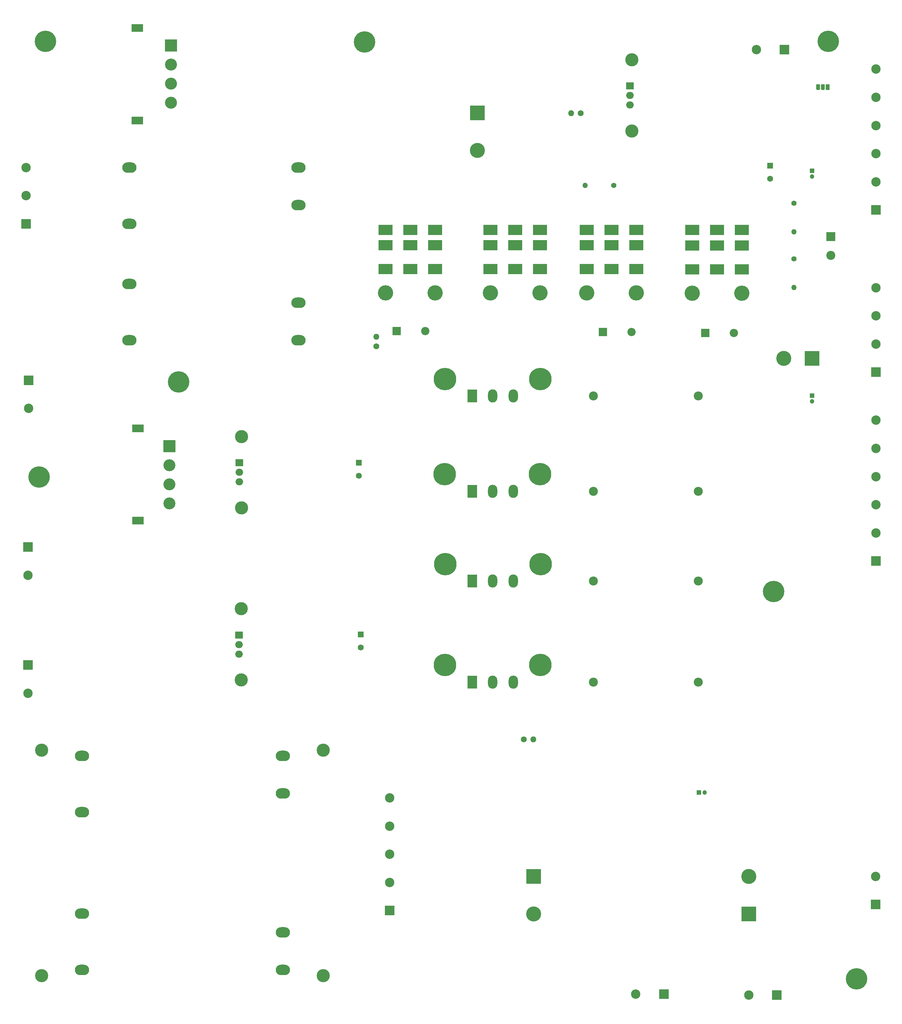
<source format=gbr>
G04 #@! TF.GenerationSoftware,KiCad,Pcbnew,(5.0.0)*
G04 #@! TF.CreationDate,2019-08-30T23:03:00+01:00*
G04 #@! TF.ProjectId,PSU,5053552E6B696361645F706362000000,rev?*
G04 #@! TF.SameCoordinates,Original*
G04 #@! TF.FileFunction,Soldermask,Top*
G04 #@! TF.FilePolarity,Negative*
%FSLAX46Y46*%
G04 Gerber Fmt 4.6, Leading zero omitted, Abs format (unit mm)*
G04 Created by KiCad (PCBNEW (5.0.0)) date 08/30/19 23:03:00*
%MOMM*%
%LPD*%
G01*
G04 APERTURE LIST*
%ADD10R,3.200000X3.200000*%
%ADD11C,3.200000*%
%ADD12R,3.048000X2.032000*%
%ADD13O,3.810000X2.794000*%
%ADD14C,3.500000*%
%ADD15C,5.700000*%
%ADD16C,4.064000*%
%ADD17R,3.810000X2.794000*%
%ADD18C,6.000000*%
%ADD19C,4.000000*%
%ADD20R,4.000000X4.000000*%
%ADD21R,1.600000X1.600000*%
%ADD22C,1.600000*%
%ADD23R,1.200000X1.200000*%
%ADD24C,1.200000*%
%ADD25O,2.200000X2.200000*%
%ADD26R,2.200000X2.200000*%
%ADD27R,2.500000X3.500000*%
%ADD28O,2.500000X3.500000*%
%ADD29C,0.100000*%
%ADD30C,1.050000*%
%ADD31R,1.050000X1.500000*%
%ADD32O,1.400000X1.400000*%
%ADD33C,1.400000*%
%ADD34C,2.400000*%
%ADD35O,2.400000X2.400000*%
%ADD36O,1.600000X1.600000*%
%ADD37R,2.000000X1.905000*%
%ADD38O,2.000000X1.905000*%
%ADD39R,2.400000X2.400000*%
%ADD40R,2.500000X2.500000*%
%ADD41C,2.500000*%
G04 APERTURE END LIST*
D10*
G04 #@! TO.C,D1*
X72618600Y-141566400D03*
D11*
X72618600Y-146646400D03*
X72618600Y-151726400D03*
X72618600Y-156806400D03*
G04 #@! TD*
D10*
G04 #@! TO.C,D3*
X73063100Y-34886900D03*
D11*
X73063100Y-39966900D03*
X73063100Y-45046900D03*
X73063100Y-50126900D03*
G04 #@! TD*
D12*
G04 #@! TO.C,HS16*
X64239600Y-161432400D03*
X64239600Y-136832400D03*
G04 #@! TD*
G04 #@! TO.C,HS15*
X64049100Y-54879900D03*
X64049100Y-30279900D03*
G04 #@! TD*
D13*
G04 #@! TO.C,TR1*
X49304100Y-224012400D03*
X49304100Y-239012400D03*
X49304100Y-266012400D03*
X49304100Y-281012400D03*
X102804100Y-281012400D03*
X102804100Y-271012400D03*
X102804100Y-234012400D03*
X102804100Y-224012400D03*
D14*
X38554100Y-222512400D03*
X38554100Y-282512400D03*
X113554100Y-282512400D03*
X113554100Y-222512400D03*
G04 #@! TD*
D13*
G04 #@! TO.C,TR2*
X106957100Y-67374400D03*
X106957100Y-77374400D03*
X106957100Y-103374400D03*
X106957100Y-113374400D03*
X61957100Y-113374400D03*
X61957100Y-98374400D03*
X61957100Y-82374400D03*
X61957100Y-67374400D03*
G04 #@! TD*
D15*
G04 #@! TO.C,H11*
X37884100Y-149822400D03*
G04 #@! TD*
G04 #@! TO.C,H10*
X233527600Y-180238400D03*
G04 #@! TD*
G04 #@! TO.C,H8*
X248132600Y-33807400D03*
G04 #@! TD*
G04 #@! TO.C,H2*
X124561600Y-33934400D03*
G04 #@! TD*
G04 #@! TO.C,H1*
X39598600Y-33807400D03*
G04 #@! TD*
G04 #@! TO.C,H3*
X75095100Y-124485400D03*
G04 #@! TD*
G04 #@! TO.C,H6*
X255689600Y-283362400D03*
G04 #@! TD*
D16*
G04 #@! TO.C,K1*
X225086600Y-100823200D03*
X211886600Y-100823200D03*
D17*
X225086600Y-94473200D03*
X218486600Y-94473200D03*
X211886600Y-94473200D03*
X225086600Y-88123200D03*
X218486600Y-88123200D03*
X211886600Y-88123200D03*
X225086600Y-84023200D03*
X218486600Y-84023200D03*
X211886600Y-84023200D03*
G04 #@! TD*
D16*
G04 #@! TO.C,K2*
X197007600Y-100772400D03*
X183807600Y-100772400D03*
D17*
X197007600Y-94422400D03*
X190407600Y-94422400D03*
X183807600Y-94422400D03*
X197007600Y-88072400D03*
X190407600Y-88072400D03*
X183807600Y-88072400D03*
X197007600Y-83972400D03*
X190407600Y-83972400D03*
X183807600Y-83972400D03*
G04 #@! TD*
D16*
G04 #@! TO.C,K4*
X171340600Y-100772400D03*
X158140600Y-100772400D03*
D17*
X171340600Y-94422400D03*
X164740600Y-94422400D03*
X158140600Y-94422400D03*
X171340600Y-88072400D03*
X164740600Y-88072400D03*
X158140600Y-88072400D03*
X171340600Y-83972400D03*
X164740600Y-83972400D03*
X158140600Y-83972400D03*
G04 #@! TD*
D16*
G04 #@! TO.C,K3*
X143413600Y-100772400D03*
X130213600Y-100772400D03*
D17*
X143413600Y-94422400D03*
X136813600Y-94422400D03*
X130213600Y-94422400D03*
X143413600Y-88072400D03*
X136813600Y-88072400D03*
X130213600Y-88072400D03*
X143413600Y-83972400D03*
X136813600Y-83972400D03*
X130213600Y-83972400D03*
G04 #@! TD*
D14*
G04 #@! TO.C,HS3*
X91732100Y-203810400D03*
X91732100Y-184810400D03*
G04 #@! TD*
G04 #@! TO.C,HS2*
X91795600Y-158026400D03*
X91795600Y-139026400D03*
G04 #@! TD*
G04 #@! TO.C,HS1*
X195808600Y-57696900D03*
X195808600Y-38696900D03*
G04 #@! TD*
D18*
G04 #@! TO.C,HS4*
X146024600Y-123723400D03*
X171424600Y-123723400D03*
G04 #@! TD*
G04 #@! TO.C,HS5*
X171361600Y-149060400D03*
X145961600Y-149060400D03*
G04 #@! TD*
G04 #@! TO.C,HS7*
X171424600Y-199860400D03*
X146024600Y-199860400D03*
G04 #@! TD*
D19*
G04 #@! TO.C,C1*
X169646600Y-266120400D03*
D20*
X169646600Y-256120400D03*
G04 #@! TD*
G04 #@! TO.C,C2*
X226987600Y-266154400D03*
D19*
X226987600Y-256154400D03*
G04 #@! TD*
D20*
G04 #@! TO.C,C3*
X154660600Y-52857400D03*
D19*
X154660600Y-62857400D03*
G04 #@! TD*
D21*
G04 #@! TO.C,C4*
X123545600Y-191668400D03*
D22*
X123545600Y-195168400D03*
G04 #@! TD*
G04 #@! TO.C,C5*
X123101600Y-149448400D03*
D21*
X123101600Y-145948400D03*
G04 #@! TD*
G04 #@! TO.C,C6*
X232638600Y-66890900D03*
D22*
X232638600Y-70390900D03*
G04 #@! TD*
D23*
G04 #@! TO.C,C7*
X243814600Y-128104400D03*
D24*
X243814600Y-129604400D03*
G04 #@! TD*
G04 #@! TO.C,C8*
X215151600Y-233768400D03*
D23*
X213651600Y-233768400D03*
G04 #@! TD*
G04 #@! TO.C,C9*
X243814600Y-68287900D03*
D24*
X243814600Y-69787900D03*
G04 #@! TD*
D25*
G04 #@! TO.C,D4*
X195681600Y-111213900D03*
D26*
X188061600Y-111213900D03*
G04 #@! TD*
G04 #@! TO.C,D5*
X133133600Y-110959900D03*
D25*
X140753600Y-110959900D03*
G04 #@! TD*
D26*
G04 #@! TO.C,D6*
X215366600Y-111404400D03*
D25*
X222986600Y-111404400D03*
G04 #@! TD*
D27*
G04 #@! TO.C,Q1*
X153263600Y-128168400D03*
D28*
X158738600Y-128168400D03*
X164213600Y-128168400D03*
G04 #@! TD*
G04 #@! TO.C,Q2*
X164213600Y-177444400D03*
X158738600Y-177444400D03*
D27*
X153263600Y-177444400D03*
G04 #@! TD*
D28*
G04 #@! TO.C,Q3*
X164213600Y-204368400D03*
X158738600Y-204368400D03*
D27*
X153263600Y-204368400D03*
G04 #@! TD*
G04 #@! TO.C,Q4*
X153263600Y-153568400D03*
D28*
X158738600Y-153568400D03*
X164213600Y-153568400D03*
G04 #@! TD*
D29*
G04 #@! TO.C,Q5*
G36*
X246972829Y-45225264D02*
X246998311Y-45229044D01*
X247023300Y-45235303D01*
X247047554Y-45243982D01*
X247070842Y-45254996D01*
X247092937Y-45268239D01*
X247113628Y-45283585D01*
X247132716Y-45300884D01*
X247150015Y-45319972D01*
X247165361Y-45340663D01*
X247178604Y-45362758D01*
X247189618Y-45386046D01*
X247198297Y-45410300D01*
X247204556Y-45435289D01*
X247208336Y-45460771D01*
X247209600Y-45486500D01*
X247209600Y-46461500D01*
X247208336Y-46487229D01*
X247204556Y-46512711D01*
X247198297Y-46537700D01*
X247189618Y-46561954D01*
X247178604Y-46585242D01*
X247165361Y-46607337D01*
X247150015Y-46628028D01*
X247132716Y-46647116D01*
X247113628Y-46664415D01*
X247092937Y-46679761D01*
X247070842Y-46693004D01*
X247047554Y-46704018D01*
X247023300Y-46712697D01*
X246998311Y-46718956D01*
X246972829Y-46722736D01*
X246947100Y-46724000D01*
X246422100Y-46724000D01*
X246396371Y-46722736D01*
X246370889Y-46718956D01*
X246345900Y-46712697D01*
X246321646Y-46704018D01*
X246298358Y-46693004D01*
X246276263Y-46679761D01*
X246255572Y-46664415D01*
X246236484Y-46647116D01*
X246219185Y-46628028D01*
X246203839Y-46607337D01*
X246190596Y-46585242D01*
X246179582Y-46561954D01*
X246170903Y-46537700D01*
X246164644Y-46512711D01*
X246160864Y-46487229D01*
X246159600Y-46461500D01*
X246159600Y-45486500D01*
X246160864Y-45460771D01*
X246164644Y-45435289D01*
X246170903Y-45410300D01*
X246179582Y-45386046D01*
X246190596Y-45362758D01*
X246203839Y-45340663D01*
X246219185Y-45319972D01*
X246236484Y-45300884D01*
X246255572Y-45283585D01*
X246276263Y-45268239D01*
X246298358Y-45254996D01*
X246321646Y-45243982D01*
X246345900Y-45235303D01*
X246370889Y-45229044D01*
X246396371Y-45225264D01*
X246422100Y-45224000D01*
X246947100Y-45224000D01*
X246972829Y-45225264D01*
X246972829Y-45225264D01*
G37*
D30*
X246684600Y-45974000D03*
D29*
G36*
X245702829Y-45225264D02*
X245728311Y-45229044D01*
X245753300Y-45235303D01*
X245777554Y-45243982D01*
X245800842Y-45254996D01*
X245822937Y-45268239D01*
X245843628Y-45283585D01*
X245862716Y-45300884D01*
X245880015Y-45319972D01*
X245895361Y-45340663D01*
X245908604Y-45362758D01*
X245919618Y-45386046D01*
X245928297Y-45410300D01*
X245934556Y-45435289D01*
X245938336Y-45460771D01*
X245939600Y-45486500D01*
X245939600Y-46461500D01*
X245938336Y-46487229D01*
X245934556Y-46512711D01*
X245928297Y-46537700D01*
X245919618Y-46561954D01*
X245908604Y-46585242D01*
X245895361Y-46607337D01*
X245880015Y-46628028D01*
X245862716Y-46647116D01*
X245843628Y-46664415D01*
X245822937Y-46679761D01*
X245800842Y-46693004D01*
X245777554Y-46704018D01*
X245753300Y-46712697D01*
X245728311Y-46718956D01*
X245702829Y-46722736D01*
X245677100Y-46724000D01*
X245152100Y-46724000D01*
X245126371Y-46722736D01*
X245100889Y-46718956D01*
X245075900Y-46712697D01*
X245051646Y-46704018D01*
X245028358Y-46693004D01*
X245006263Y-46679761D01*
X244985572Y-46664415D01*
X244966484Y-46647116D01*
X244949185Y-46628028D01*
X244933839Y-46607337D01*
X244920596Y-46585242D01*
X244909582Y-46561954D01*
X244900903Y-46537700D01*
X244894644Y-46512711D01*
X244890864Y-46487229D01*
X244889600Y-46461500D01*
X244889600Y-45486500D01*
X244890864Y-45460771D01*
X244894644Y-45435289D01*
X244900903Y-45410300D01*
X244909582Y-45386046D01*
X244920596Y-45362758D01*
X244933839Y-45340663D01*
X244949185Y-45319972D01*
X244966484Y-45300884D01*
X244985572Y-45283585D01*
X245006263Y-45268239D01*
X245028358Y-45254996D01*
X245051646Y-45243982D01*
X245075900Y-45235303D01*
X245100889Y-45229044D01*
X245126371Y-45225264D01*
X245152100Y-45224000D01*
X245677100Y-45224000D01*
X245702829Y-45225264D01*
X245702829Y-45225264D01*
G37*
D30*
X245414600Y-45974000D03*
D31*
X247954600Y-45974000D03*
G04 #@! TD*
D32*
G04 #@! TO.C,R1*
X183387600Y-72136000D03*
D33*
X191007600Y-72136000D03*
G04 #@! TD*
D34*
G04 #@! TO.C,R2*
X185521600Y-128168400D03*
D35*
X213461600Y-128168400D03*
G04 #@! TD*
G04 #@! TO.C,R3*
X213461600Y-177444400D03*
D34*
X185521600Y-177444400D03*
G04 #@! TD*
G04 #@! TO.C,R4*
X185521600Y-204368400D03*
D35*
X213461600Y-204368400D03*
G04 #@! TD*
G04 #@! TO.C,R5*
X213461600Y-153568400D03*
D34*
X185521600Y-153568400D03*
G04 #@! TD*
D36*
G04 #@! TO.C,R6*
X169519600Y-219608400D03*
D22*
X166979600Y-219608400D03*
G04 #@! TD*
G04 #@! TO.C,R7*
X127761600Y-115011200D03*
D36*
X127761600Y-112471200D03*
G04 #@! TD*
D22*
G04 #@! TO.C,R8*
X182155600Y-52920900D03*
D36*
X179615600Y-52920900D03*
G04 #@! TD*
D37*
G04 #@! TO.C,U1*
X91160600Y-191858400D03*
D38*
X91160600Y-194398400D03*
X91160600Y-196938400D03*
G04 #@! TD*
G04 #@! TO.C,U2*
X91224100Y-151092400D03*
X91224100Y-148552400D03*
D37*
X91224100Y-146012400D03*
G04 #@! TD*
G04 #@! TO.C,U3*
X195300600Y-45681900D03*
D38*
X195300600Y-48221900D03*
X195300600Y-50761900D03*
G04 #@! TD*
D39*
G04 #@! TO.C,C10*
X248767600Y-85750400D03*
D34*
X248767600Y-90750400D03*
G04 #@! TD*
D40*
G04 #@! TO.C,J1*
X131317600Y-265226400D03*
D41*
X131317600Y-257726400D03*
X131317600Y-250226400D03*
X131317600Y-242726400D03*
X131317600Y-235226400D03*
G04 #@! TD*
D40*
G04 #@! TO.C,J2*
X34455100Y-82384900D03*
D41*
X34455100Y-74884900D03*
X34455100Y-67384900D03*
G04 #@! TD*
G04 #@! TO.C,J3*
X260832600Y-134674400D03*
X260832600Y-142174400D03*
X260832600Y-149674400D03*
X260832600Y-157174400D03*
X260832600Y-164674400D03*
D40*
X260832600Y-172174400D03*
G04 #@! TD*
G04 #@! TO.C,J4*
X260832600Y-78701900D03*
D41*
X260832600Y-71201900D03*
X260832600Y-63701900D03*
X260832600Y-56201900D03*
X260832600Y-48701900D03*
X260832600Y-41201900D03*
G04 #@! TD*
D40*
G04 #@! TO.C,J5*
X260832600Y-121882400D03*
D41*
X260832600Y-114382400D03*
X260832600Y-106882400D03*
X260832600Y-99382400D03*
G04 #@! TD*
D33*
G04 #@! TO.C,R9*
X239013600Y-76860400D03*
D32*
X239013600Y-84480400D03*
G04 #@! TD*
G04 #@! TO.C,R10*
X239013600Y-99364800D03*
D33*
X239013600Y-91744800D03*
G04 #@! TD*
D40*
G04 #@! TO.C,F1*
X34899600Y-168427400D03*
D41*
X34899600Y-175927400D03*
G04 #@! TD*
D40*
G04 #@! TO.C,F2*
X34899600Y-199860400D03*
D41*
X34899600Y-207360400D03*
G04 #@! TD*
G04 #@! TO.C,F3*
X35090100Y-131540400D03*
D40*
X35090100Y-124040400D03*
G04 #@! TD*
G04 #@! TO.C,F4*
X260705600Y-263614400D03*
D41*
X260705600Y-256114400D03*
G04 #@! TD*
D19*
G04 #@! TO.C,F5*
X236289600Y-118211400D03*
D20*
X243789600Y-118211400D03*
G04 #@! TD*
D41*
G04 #@! TO.C,F6*
X196817600Y-287490400D03*
D40*
X204317600Y-287490400D03*
G04 #@! TD*
G04 #@! TO.C,F7*
X234416600Y-287680400D03*
D41*
X226916600Y-287680400D03*
G04 #@! TD*
G04 #@! TO.C,F8*
X228948600Y-36029900D03*
D40*
X236448600Y-36029900D03*
G04 #@! TD*
D18*
G04 #@! TO.C,HS6*
X146087600Y-172999400D03*
X171487600Y-172999400D03*
G04 #@! TD*
M02*

</source>
